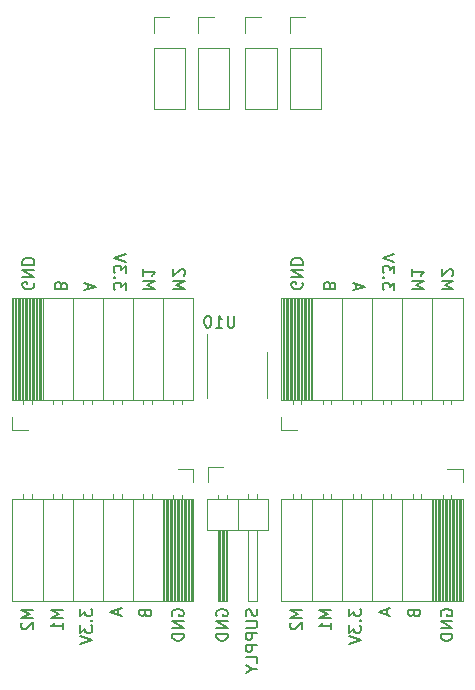
<source format=gbr>
%TF.GenerationSoftware,KiCad,Pcbnew,(5.1.6)-1*%
%TF.CreationDate,2021-11-17T22:19:31+01:00*%
%TF.ProjectId,sneak100_main_board,736e6561-6b31-4303-905f-6d61696e5f62,rev?*%
%TF.SameCoordinates,Original*%
%TF.FileFunction,Legend,Bot*%
%TF.FilePolarity,Positive*%
%FSLAX46Y46*%
G04 Gerber Fmt 4.6, Leading zero omitted, Abs format (unit mm)*
G04 Created by KiCad (PCBNEW (5.1.6)-1) date 2021-11-17 22:19:31*
%MOMM*%
%LPD*%
G01*
G04 APERTURE LIST*
%ADD10C,0.150000*%
%ADD11C,0.120000*%
G04 APERTURE END LIST*
D10*
X149404761Y-92037976D02*
X149452380Y-92180833D01*
X149452380Y-92418928D01*
X149404761Y-92514166D01*
X149357142Y-92561785D01*
X149261904Y-92609404D01*
X149166666Y-92609404D01*
X149071428Y-92561785D01*
X149023809Y-92514166D01*
X148976190Y-92418928D01*
X148928571Y-92228452D01*
X148880952Y-92133214D01*
X148833333Y-92085595D01*
X148738095Y-92037976D01*
X148642857Y-92037976D01*
X148547619Y-92085595D01*
X148500000Y-92133214D01*
X148452380Y-92228452D01*
X148452380Y-92466547D01*
X148500000Y-92609404D01*
X148452380Y-93037976D02*
X149261904Y-93037976D01*
X149357142Y-93085595D01*
X149404761Y-93133214D01*
X149452380Y-93228452D01*
X149452380Y-93418928D01*
X149404761Y-93514166D01*
X149357142Y-93561785D01*
X149261904Y-93609404D01*
X148452380Y-93609404D01*
X149452380Y-94085595D02*
X148452380Y-94085595D01*
X148452380Y-94466547D01*
X148500000Y-94561785D01*
X148547619Y-94609404D01*
X148642857Y-94657023D01*
X148785714Y-94657023D01*
X148880952Y-94609404D01*
X148928571Y-94561785D01*
X148976190Y-94466547D01*
X148976190Y-94085595D01*
X149452380Y-95085595D02*
X148452380Y-95085595D01*
X148452380Y-95466547D01*
X148500000Y-95561785D01*
X148547619Y-95609404D01*
X148642857Y-95657023D01*
X148785714Y-95657023D01*
X148880952Y-95609404D01*
X148928571Y-95561785D01*
X148976190Y-95466547D01*
X148976190Y-95085595D01*
X149452380Y-96561785D02*
X149452380Y-96085595D01*
X148452380Y-96085595D01*
X148976190Y-97085595D02*
X149452380Y-97085595D01*
X148452380Y-96752261D02*
X148976190Y-97085595D01*
X148452380Y-97418928D01*
X146000000Y-92609404D02*
X145952380Y-92514166D01*
X145952380Y-92371309D01*
X146000000Y-92228452D01*
X146095238Y-92133214D01*
X146190476Y-92085595D01*
X146380952Y-92037976D01*
X146523809Y-92037976D01*
X146714285Y-92085595D01*
X146809523Y-92133214D01*
X146904761Y-92228452D01*
X146952380Y-92371309D01*
X146952380Y-92466547D01*
X146904761Y-92609404D01*
X146857142Y-92657023D01*
X146523809Y-92657023D01*
X146523809Y-92466547D01*
X146952380Y-93085595D02*
X145952380Y-93085595D01*
X146952380Y-93657023D01*
X145952380Y-93657023D01*
X146952380Y-94133214D02*
X145952380Y-94133214D01*
X145952380Y-94371309D01*
X146000000Y-94514166D01*
X146095238Y-94609404D01*
X146190476Y-94657023D01*
X146380952Y-94704642D01*
X146523809Y-94704642D01*
X146714285Y-94657023D01*
X146809523Y-94609404D01*
X146904761Y-94514166D01*
X146952380Y-94371309D01*
X146952380Y-94133214D01*
X130452380Y-92085595D02*
X129452380Y-92085595D01*
X130166666Y-92418928D01*
X129452380Y-92752261D01*
X130452380Y-92752261D01*
X129547619Y-93180833D02*
X129500000Y-93228452D01*
X129452380Y-93323690D01*
X129452380Y-93561785D01*
X129500000Y-93657023D01*
X129547619Y-93704642D01*
X129642857Y-93752261D01*
X129738095Y-93752261D01*
X129880952Y-93704642D01*
X130452380Y-93133214D01*
X130452380Y-93752261D01*
X139928571Y-92418928D02*
X139976190Y-92561785D01*
X140023809Y-92609404D01*
X140119047Y-92657023D01*
X140261904Y-92657023D01*
X140357142Y-92609404D01*
X140404761Y-92561785D01*
X140452380Y-92466547D01*
X140452380Y-92085595D01*
X139452380Y-92085595D01*
X139452380Y-92418928D01*
X139500000Y-92514166D01*
X139547619Y-92561785D01*
X139642857Y-92609404D01*
X139738095Y-92609404D01*
X139833333Y-92561785D01*
X139880952Y-92514166D01*
X139928571Y-92418928D01*
X139928571Y-92085595D01*
X134452380Y-91990357D02*
X134452380Y-92609404D01*
X134833333Y-92276071D01*
X134833333Y-92418928D01*
X134880952Y-92514166D01*
X134928571Y-92561785D01*
X135023809Y-92609404D01*
X135261904Y-92609404D01*
X135357142Y-92561785D01*
X135404761Y-92514166D01*
X135452380Y-92418928D01*
X135452380Y-92133214D01*
X135404761Y-92037976D01*
X135357142Y-91990357D01*
X135357142Y-93037976D02*
X135404761Y-93085595D01*
X135452380Y-93037976D01*
X135404761Y-92990357D01*
X135357142Y-93037976D01*
X135452380Y-93037976D01*
X134452380Y-93418928D02*
X134452380Y-94037976D01*
X134833333Y-93704642D01*
X134833333Y-93847500D01*
X134880952Y-93942738D01*
X134928571Y-93990357D01*
X135023809Y-94037976D01*
X135261904Y-94037976D01*
X135357142Y-93990357D01*
X135404761Y-93942738D01*
X135452380Y-93847500D01*
X135452380Y-93561785D01*
X135404761Y-93466547D01*
X135357142Y-93418928D01*
X134452380Y-94323690D02*
X135452380Y-94657023D01*
X134452380Y-94990357D01*
X132952380Y-92085595D02*
X131952380Y-92085595D01*
X132666666Y-92418928D01*
X131952380Y-92752261D01*
X132952380Y-92752261D01*
X132952380Y-93752261D02*
X132952380Y-93180833D01*
X132952380Y-93466547D02*
X131952380Y-93466547D01*
X132095238Y-93371309D01*
X132190476Y-93276071D01*
X132238095Y-93180833D01*
X142250000Y-92609404D02*
X142202380Y-92514166D01*
X142202380Y-92371309D01*
X142250000Y-92228452D01*
X142345238Y-92133214D01*
X142440476Y-92085595D01*
X142630952Y-92037976D01*
X142773809Y-92037976D01*
X142964285Y-92085595D01*
X143059523Y-92133214D01*
X143154761Y-92228452D01*
X143202380Y-92371309D01*
X143202380Y-92466547D01*
X143154761Y-92609404D01*
X143107142Y-92657023D01*
X142773809Y-92657023D01*
X142773809Y-92466547D01*
X143202380Y-93085595D02*
X142202380Y-93085595D01*
X143202380Y-93657023D01*
X142202380Y-93657023D01*
X143202380Y-94133214D02*
X142202380Y-94133214D01*
X142202380Y-94371309D01*
X142250000Y-94514166D01*
X142345238Y-94609404D01*
X142440476Y-94657023D01*
X142630952Y-94704642D01*
X142773809Y-94704642D01*
X142964285Y-94657023D01*
X143059523Y-94609404D01*
X143154761Y-94514166D01*
X143202380Y-94371309D01*
X143202380Y-94133214D01*
X137666666Y-92037976D02*
X137666666Y-92514166D01*
X137952380Y-91942738D02*
X136952380Y-92276071D01*
X137952380Y-92609404D01*
X153202380Y-92085595D02*
X152202380Y-92085595D01*
X152916666Y-92418928D01*
X152202380Y-92752261D01*
X153202380Y-92752261D01*
X152297619Y-93180833D02*
X152250000Y-93228452D01*
X152202380Y-93323690D01*
X152202380Y-93561785D01*
X152250000Y-93657023D01*
X152297619Y-93704642D01*
X152392857Y-93752261D01*
X152488095Y-93752261D01*
X152630952Y-93704642D01*
X153202380Y-93133214D01*
X153202380Y-93752261D01*
X162678571Y-92418928D02*
X162726190Y-92561785D01*
X162773809Y-92609404D01*
X162869047Y-92657023D01*
X163011904Y-92657023D01*
X163107142Y-92609404D01*
X163154761Y-92561785D01*
X163202380Y-92466547D01*
X163202380Y-92085595D01*
X162202380Y-92085595D01*
X162202380Y-92418928D01*
X162250000Y-92514166D01*
X162297619Y-92561785D01*
X162392857Y-92609404D01*
X162488095Y-92609404D01*
X162583333Y-92561785D01*
X162630952Y-92514166D01*
X162678571Y-92418928D01*
X162678571Y-92085595D01*
X157202380Y-91990357D02*
X157202380Y-92609404D01*
X157583333Y-92276071D01*
X157583333Y-92418928D01*
X157630952Y-92514166D01*
X157678571Y-92561785D01*
X157773809Y-92609404D01*
X158011904Y-92609404D01*
X158107142Y-92561785D01*
X158154761Y-92514166D01*
X158202380Y-92418928D01*
X158202380Y-92133214D01*
X158154761Y-92037976D01*
X158107142Y-91990357D01*
X158107142Y-93037976D02*
X158154761Y-93085595D01*
X158202380Y-93037976D01*
X158154761Y-92990357D01*
X158107142Y-93037976D01*
X158202380Y-93037976D01*
X157202380Y-93418928D02*
X157202380Y-94037976D01*
X157583333Y-93704642D01*
X157583333Y-93847500D01*
X157630952Y-93942738D01*
X157678571Y-93990357D01*
X157773809Y-94037976D01*
X158011904Y-94037976D01*
X158107142Y-93990357D01*
X158154761Y-93942738D01*
X158202380Y-93847500D01*
X158202380Y-93561785D01*
X158154761Y-93466547D01*
X158107142Y-93418928D01*
X157202380Y-94323690D02*
X158202380Y-94657023D01*
X157202380Y-94990357D01*
X155702380Y-92085595D02*
X154702380Y-92085595D01*
X155416666Y-92418928D01*
X154702380Y-92752261D01*
X155702380Y-92752261D01*
X155702380Y-93752261D02*
X155702380Y-93180833D01*
X155702380Y-93466547D02*
X154702380Y-93466547D01*
X154845238Y-93371309D01*
X154940476Y-93276071D01*
X154988095Y-93180833D01*
X165000000Y-92609404D02*
X164952380Y-92514166D01*
X164952380Y-92371309D01*
X165000000Y-92228452D01*
X165095238Y-92133214D01*
X165190476Y-92085595D01*
X165380952Y-92037976D01*
X165523809Y-92037976D01*
X165714285Y-92085595D01*
X165809523Y-92133214D01*
X165904761Y-92228452D01*
X165952380Y-92371309D01*
X165952380Y-92466547D01*
X165904761Y-92609404D01*
X165857142Y-92657023D01*
X165523809Y-92657023D01*
X165523809Y-92466547D01*
X165952380Y-93085595D02*
X164952380Y-93085595D01*
X165952380Y-93657023D01*
X164952380Y-93657023D01*
X165952380Y-94133214D02*
X164952380Y-94133214D01*
X164952380Y-94371309D01*
X165000000Y-94514166D01*
X165095238Y-94609404D01*
X165190476Y-94657023D01*
X165380952Y-94704642D01*
X165523809Y-94704642D01*
X165714285Y-94657023D01*
X165809523Y-94609404D01*
X165904761Y-94514166D01*
X165952380Y-94371309D01*
X165952380Y-94133214D01*
X160416666Y-92037976D02*
X160416666Y-92514166D01*
X160702380Y-91942738D02*
X159702380Y-92276071D01*
X160702380Y-92609404D01*
X142297619Y-64914404D02*
X143297619Y-64914404D01*
X142583333Y-64581071D01*
X143297619Y-64247738D01*
X142297619Y-64247738D01*
X143202380Y-63819166D02*
X143250000Y-63771547D01*
X143297619Y-63676309D01*
X143297619Y-63438214D01*
X143250000Y-63342976D01*
X143202380Y-63295357D01*
X143107142Y-63247738D01*
X143011904Y-63247738D01*
X142869047Y-63295357D01*
X142297619Y-63866785D01*
X142297619Y-63247738D01*
X132821428Y-64581071D02*
X132773809Y-64438214D01*
X132726190Y-64390595D01*
X132630952Y-64342976D01*
X132488095Y-64342976D01*
X132392857Y-64390595D01*
X132345238Y-64438214D01*
X132297619Y-64533452D01*
X132297619Y-64914404D01*
X133297619Y-64914404D01*
X133297619Y-64581071D01*
X133250000Y-64485833D01*
X133202380Y-64438214D01*
X133107142Y-64390595D01*
X133011904Y-64390595D01*
X132916666Y-64438214D01*
X132869047Y-64485833D01*
X132821428Y-64581071D01*
X132821428Y-64914404D01*
X138297619Y-65009642D02*
X138297619Y-64390595D01*
X137916666Y-64723928D01*
X137916666Y-64581071D01*
X137869047Y-64485833D01*
X137821428Y-64438214D01*
X137726190Y-64390595D01*
X137488095Y-64390595D01*
X137392857Y-64438214D01*
X137345238Y-64485833D01*
X137297619Y-64581071D01*
X137297619Y-64866785D01*
X137345238Y-64962023D01*
X137392857Y-65009642D01*
X137392857Y-63962023D02*
X137345238Y-63914404D01*
X137297619Y-63962023D01*
X137345238Y-64009642D01*
X137392857Y-63962023D01*
X137297619Y-63962023D01*
X138297619Y-63581071D02*
X138297619Y-62962023D01*
X137916666Y-63295357D01*
X137916666Y-63152500D01*
X137869047Y-63057261D01*
X137821428Y-63009642D01*
X137726190Y-62962023D01*
X137488095Y-62962023D01*
X137392857Y-63009642D01*
X137345238Y-63057261D01*
X137297619Y-63152500D01*
X137297619Y-63438214D01*
X137345238Y-63533452D01*
X137392857Y-63581071D01*
X138297619Y-62676309D02*
X137297619Y-62342976D01*
X138297619Y-62009642D01*
X139797619Y-64914404D02*
X140797619Y-64914404D01*
X140083333Y-64581071D01*
X140797619Y-64247738D01*
X139797619Y-64247738D01*
X139797619Y-63247738D02*
X139797619Y-63819166D01*
X139797619Y-63533452D02*
X140797619Y-63533452D01*
X140654761Y-63628690D01*
X140559523Y-63723928D01*
X140511904Y-63819166D01*
X130500000Y-64390595D02*
X130547619Y-64485833D01*
X130547619Y-64628690D01*
X130500000Y-64771547D01*
X130404761Y-64866785D01*
X130309523Y-64914404D01*
X130119047Y-64962023D01*
X129976190Y-64962023D01*
X129785714Y-64914404D01*
X129690476Y-64866785D01*
X129595238Y-64771547D01*
X129547619Y-64628690D01*
X129547619Y-64533452D01*
X129595238Y-64390595D01*
X129642857Y-64342976D01*
X129976190Y-64342976D01*
X129976190Y-64533452D01*
X129547619Y-63914404D02*
X130547619Y-63914404D01*
X129547619Y-63342976D01*
X130547619Y-63342976D01*
X129547619Y-62866785D02*
X130547619Y-62866785D01*
X130547619Y-62628690D01*
X130500000Y-62485833D01*
X130404761Y-62390595D01*
X130309523Y-62342976D01*
X130119047Y-62295357D01*
X129976190Y-62295357D01*
X129785714Y-62342976D01*
X129690476Y-62390595D01*
X129595238Y-62485833D01*
X129547619Y-62628690D01*
X129547619Y-62866785D01*
X135083333Y-64962023D02*
X135083333Y-64485833D01*
X134797619Y-65057261D02*
X135797619Y-64723928D01*
X134797619Y-64390595D01*
X153250000Y-64390595D02*
X153297619Y-64485833D01*
X153297619Y-64628690D01*
X153250000Y-64771547D01*
X153154761Y-64866785D01*
X153059523Y-64914404D01*
X152869047Y-64962023D01*
X152726190Y-64962023D01*
X152535714Y-64914404D01*
X152440476Y-64866785D01*
X152345238Y-64771547D01*
X152297619Y-64628690D01*
X152297619Y-64533452D01*
X152345238Y-64390595D01*
X152392857Y-64342976D01*
X152726190Y-64342976D01*
X152726190Y-64533452D01*
X152297619Y-63914404D02*
X153297619Y-63914404D01*
X152297619Y-63342976D01*
X153297619Y-63342976D01*
X152297619Y-62866785D02*
X153297619Y-62866785D01*
X153297619Y-62628690D01*
X153250000Y-62485833D01*
X153154761Y-62390595D01*
X153059523Y-62342976D01*
X152869047Y-62295357D01*
X152726190Y-62295357D01*
X152535714Y-62342976D01*
X152440476Y-62390595D01*
X152345238Y-62485833D01*
X152297619Y-62628690D01*
X152297619Y-62866785D01*
X155571428Y-64581071D02*
X155523809Y-64438214D01*
X155476190Y-64390595D01*
X155380952Y-64342976D01*
X155238095Y-64342976D01*
X155142857Y-64390595D01*
X155095238Y-64438214D01*
X155047619Y-64533452D01*
X155047619Y-64914404D01*
X156047619Y-64914404D01*
X156047619Y-64581071D01*
X156000000Y-64485833D01*
X155952380Y-64438214D01*
X155857142Y-64390595D01*
X155761904Y-64390595D01*
X155666666Y-64438214D01*
X155619047Y-64485833D01*
X155571428Y-64581071D01*
X155571428Y-64914404D01*
X157833333Y-64962023D02*
X157833333Y-64485833D01*
X157547619Y-65057261D02*
X158547619Y-64723928D01*
X157547619Y-64390595D01*
X161047619Y-65009642D02*
X161047619Y-64390595D01*
X160666666Y-64723928D01*
X160666666Y-64581071D01*
X160619047Y-64485833D01*
X160571428Y-64438214D01*
X160476190Y-64390595D01*
X160238095Y-64390595D01*
X160142857Y-64438214D01*
X160095238Y-64485833D01*
X160047619Y-64581071D01*
X160047619Y-64866785D01*
X160095238Y-64962023D01*
X160142857Y-65009642D01*
X160142857Y-63962023D02*
X160095238Y-63914404D01*
X160047619Y-63962023D01*
X160095238Y-64009642D01*
X160142857Y-63962023D01*
X160047619Y-63962023D01*
X161047619Y-63581071D02*
X161047619Y-62962023D01*
X160666666Y-63295357D01*
X160666666Y-63152500D01*
X160619047Y-63057261D01*
X160571428Y-63009642D01*
X160476190Y-62962023D01*
X160238095Y-62962023D01*
X160142857Y-63009642D01*
X160095238Y-63057261D01*
X160047619Y-63152500D01*
X160047619Y-63438214D01*
X160095238Y-63533452D01*
X160142857Y-63581071D01*
X161047619Y-62676309D02*
X160047619Y-62342976D01*
X161047619Y-62009642D01*
X162547619Y-64914404D02*
X163547619Y-64914404D01*
X162833333Y-64581071D01*
X163547619Y-64247738D01*
X162547619Y-64247738D01*
X162547619Y-63247738D02*
X162547619Y-63819166D01*
X162547619Y-63533452D02*
X163547619Y-63533452D01*
X163404761Y-63628690D01*
X163309523Y-63723928D01*
X163261904Y-63819166D01*
X165047619Y-64914404D02*
X166047619Y-64914404D01*
X165333333Y-64581071D01*
X166047619Y-64247738D01*
X165047619Y-64247738D01*
X165952380Y-63819166D02*
X166000000Y-63771547D01*
X166047619Y-63676309D01*
X166047619Y-63438214D01*
X166000000Y-63342976D01*
X165952380Y-63295357D01*
X165857142Y-63247738D01*
X165761904Y-63247738D01*
X165619047Y-63295357D01*
X165047619Y-63866785D01*
X165047619Y-63247738D01*
D11*
%TO.C,U10*%
X150260000Y-72200000D02*
X150260000Y-74150000D01*
X150260000Y-72200000D02*
X150260000Y-70250000D01*
X145140000Y-72200000D02*
X145140000Y-74150000D01*
X145140000Y-72200000D02*
X145140000Y-68750000D01*
%TO.C,J9*%
X153500000Y-41920000D02*
X152170000Y-41920000D01*
X152170000Y-41920000D02*
X152170000Y-43250000D01*
X152170000Y-44520000D02*
X152170000Y-49660000D01*
X154830000Y-49660000D02*
X152170000Y-49660000D01*
X154830000Y-44520000D02*
X154830000Y-49660000D01*
X154830000Y-44520000D02*
X152170000Y-44520000D01*
%TO.C,J8*%
X149750000Y-41920000D02*
X148420000Y-41920000D01*
X148420000Y-41920000D02*
X148420000Y-43250000D01*
X148420000Y-44520000D02*
X148420000Y-49660000D01*
X151080000Y-49660000D02*
X148420000Y-49660000D01*
X151080000Y-44520000D02*
X151080000Y-49660000D01*
X151080000Y-44520000D02*
X148420000Y-44520000D01*
%TO.C,J7*%
X145750000Y-41920000D02*
X144420000Y-41920000D01*
X144420000Y-41920000D02*
X144420000Y-43250000D01*
X144420000Y-44520000D02*
X144420000Y-49660000D01*
X147080000Y-49660000D02*
X144420000Y-49660000D01*
X147080000Y-44520000D02*
X147080000Y-49660000D01*
X147080000Y-44520000D02*
X144420000Y-44520000D01*
%TO.C,J6*%
X142000000Y-41920000D02*
X140670000Y-41920000D01*
X140670000Y-41920000D02*
X140670000Y-43250000D01*
X140670000Y-44520000D02*
X140670000Y-49660000D01*
X143330000Y-49660000D02*
X140670000Y-49660000D01*
X143330000Y-44520000D02*
X143330000Y-49660000D01*
X143330000Y-44520000D02*
X140670000Y-44520000D01*
%TO.C,J5*%
X145170000Y-82690000D02*
X150370000Y-82690000D01*
X150370000Y-82690000D02*
X150370000Y-85350000D01*
X150370000Y-85350000D02*
X145170000Y-85350000D01*
X145170000Y-85350000D02*
X145170000Y-82690000D01*
X146120000Y-85350000D02*
X146120000Y-91350000D01*
X146120000Y-91350000D02*
X146880000Y-91350000D01*
X146880000Y-91350000D02*
X146880000Y-85350000D01*
X146180000Y-85350000D02*
X146180000Y-91350000D01*
X146300000Y-85350000D02*
X146300000Y-91350000D01*
X146420000Y-85350000D02*
X146420000Y-91350000D01*
X146540000Y-85350000D02*
X146540000Y-91350000D01*
X146660000Y-85350000D02*
X146660000Y-91350000D01*
X146780000Y-85350000D02*
X146780000Y-91350000D01*
X146120000Y-82360000D02*
X146120000Y-82690000D01*
X146880000Y-82360000D02*
X146880000Y-82690000D01*
X147770000Y-82690000D02*
X147770000Y-85350000D01*
X148660000Y-85350000D02*
X148660000Y-91350000D01*
X148660000Y-91350000D02*
X149420000Y-91350000D01*
X149420000Y-91350000D02*
X149420000Y-85350000D01*
X148660000Y-82292929D02*
X148660000Y-82690000D01*
X149420000Y-82292929D02*
X149420000Y-82690000D01*
X146500000Y-79980000D02*
X145230000Y-79980000D01*
X145230000Y-79980000D02*
X145230000Y-81250000D01*
%TO.C,J4*%
X166710000Y-91340000D02*
X166710000Y-82710000D01*
X166591905Y-91340000D02*
X166591905Y-82710000D01*
X166473810Y-91340000D02*
X166473810Y-82710000D01*
X166355715Y-91340000D02*
X166355715Y-82710000D01*
X166237620Y-91340000D02*
X166237620Y-82710000D01*
X166119525Y-91340000D02*
X166119525Y-82710000D01*
X166001430Y-91340000D02*
X166001430Y-82710000D01*
X165883335Y-91340000D02*
X165883335Y-82710000D01*
X165765240Y-91340000D02*
X165765240Y-82710000D01*
X165647145Y-91340000D02*
X165647145Y-82710000D01*
X165529050Y-91340000D02*
X165529050Y-82710000D01*
X165410955Y-91340000D02*
X165410955Y-82710000D01*
X165292860Y-91340000D02*
X165292860Y-82710000D01*
X165174765Y-91340000D02*
X165174765Y-82710000D01*
X165056670Y-91340000D02*
X165056670Y-82710000D01*
X164938575Y-91340000D02*
X164938575Y-82710000D01*
X164820480Y-91340000D02*
X164820480Y-82710000D01*
X164702385Y-91340000D02*
X164702385Y-82710000D01*
X164584290Y-91340000D02*
X164584290Y-82710000D01*
X164466195Y-91340000D02*
X164466195Y-82710000D01*
X164348100Y-91340000D02*
X164348100Y-82710000D01*
X165860000Y-82710000D02*
X165860000Y-82360000D01*
X165140000Y-82710000D02*
X165140000Y-82360000D01*
X163320000Y-82710000D02*
X163320000Y-82300000D01*
X162600000Y-82710000D02*
X162600000Y-82300000D01*
X160780000Y-82710000D02*
X160780000Y-82300000D01*
X160060000Y-82710000D02*
X160060000Y-82300000D01*
X158240000Y-82710000D02*
X158240000Y-82300000D01*
X157520000Y-82710000D02*
X157520000Y-82300000D01*
X155700000Y-82710000D02*
X155700000Y-82300000D01*
X154980000Y-82710000D02*
X154980000Y-82300000D01*
X153160000Y-82710000D02*
X153160000Y-82300000D01*
X152440000Y-82710000D02*
X152440000Y-82300000D01*
X164230000Y-91340000D02*
X164230000Y-82710000D01*
X161690000Y-91340000D02*
X161690000Y-82710000D01*
X159150000Y-91340000D02*
X159150000Y-82710000D01*
X156610000Y-91340000D02*
X156610000Y-82710000D01*
X154070000Y-91340000D02*
X154070000Y-82710000D01*
X166830000Y-91340000D02*
X166830000Y-82710000D01*
X166830000Y-82710000D02*
X151470000Y-82710000D01*
X151470000Y-91340000D02*
X151470000Y-82710000D01*
X166830000Y-91340000D02*
X151470000Y-91340000D01*
X166830000Y-80140000D02*
X165500000Y-80140000D01*
X166830000Y-81250000D02*
X166830000Y-80140000D01*
%TO.C,J3*%
X143910000Y-91340000D02*
X143910000Y-82710000D01*
X143791905Y-91340000D02*
X143791905Y-82710000D01*
X143673810Y-91340000D02*
X143673810Y-82710000D01*
X143555715Y-91340000D02*
X143555715Y-82710000D01*
X143437620Y-91340000D02*
X143437620Y-82710000D01*
X143319525Y-91340000D02*
X143319525Y-82710000D01*
X143201430Y-91340000D02*
X143201430Y-82710000D01*
X143083335Y-91340000D02*
X143083335Y-82710000D01*
X142965240Y-91340000D02*
X142965240Y-82710000D01*
X142847145Y-91340000D02*
X142847145Y-82710000D01*
X142729050Y-91340000D02*
X142729050Y-82710000D01*
X142610955Y-91340000D02*
X142610955Y-82710000D01*
X142492860Y-91340000D02*
X142492860Y-82710000D01*
X142374765Y-91340000D02*
X142374765Y-82710000D01*
X142256670Y-91340000D02*
X142256670Y-82710000D01*
X142138575Y-91340000D02*
X142138575Y-82710000D01*
X142020480Y-91340000D02*
X142020480Y-82710000D01*
X141902385Y-91340000D02*
X141902385Y-82710000D01*
X141784290Y-91340000D02*
X141784290Y-82710000D01*
X141666195Y-91340000D02*
X141666195Y-82710000D01*
X141548100Y-91340000D02*
X141548100Y-82710000D01*
X143060000Y-82710000D02*
X143060000Y-82360000D01*
X142340000Y-82710000D02*
X142340000Y-82360000D01*
X140520000Y-82710000D02*
X140520000Y-82300000D01*
X139800000Y-82710000D02*
X139800000Y-82300000D01*
X137980000Y-82710000D02*
X137980000Y-82300000D01*
X137260000Y-82710000D02*
X137260000Y-82300000D01*
X135440000Y-82710000D02*
X135440000Y-82300000D01*
X134720000Y-82710000D02*
X134720000Y-82300000D01*
X132900000Y-82710000D02*
X132900000Y-82300000D01*
X132180000Y-82710000D02*
X132180000Y-82300000D01*
X130360000Y-82710000D02*
X130360000Y-82300000D01*
X129640000Y-82710000D02*
X129640000Y-82300000D01*
X141430000Y-91340000D02*
X141430000Y-82710000D01*
X138890000Y-91340000D02*
X138890000Y-82710000D01*
X136350000Y-91340000D02*
X136350000Y-82710000D01*
X133810000Y-91340000D02*
X133810000Y-82710000D01*
X131270000Y-91340000D02*
X131270000Y-82710000D01*
X144030000Y-91340000D02*
X144030000Y-82710000D01*
X144030000Y-82710000D02*
X128670000Y-82710000D01*
X128670000Y-91340000D02*
X128670000Y-82710000D01*
X144030000Y-91340000D02*
X128670000Y-91340000D01*
X144030000Y-80140000D02*
X142700000Y-80140000D01*
X144030000Y-81250000D02*
X144030000Y-80140000D01*
%TO.C,J2*%
X151590000Y-65660000D02*
X151590000Y-74290000D01*
X151708095Y-65660000D02*
X151708095Y-74290000D01*
X151826190Y-65660000D02*
X151826190Y-74290000D01*
X151944285Y-65660000D02*
X151944285Y-74290000D01*
X152062380Y-65660000D02*
X152062380Y-74290000D01*
X152180475Y-65660000D02*
X152180475Y-74290000D01*
X152298570Y-65660000D02*
X152298570Y-74290000D01*
X152416665Y-65660000D02*
X152416665Y-74290000D01*
X152534760Y-65660000D02*
X152534760Y-74290000D01*
X152652855Y-65660000D02*
X152652855Y-74290000D01*
X152770950Y-65660000D02*
X152770950Y-74290000D01*
X152889045Y-65660000D02*
X152889045Y-74290000D01*
X153007140Y-65660000D02*
X153007140Y-74290000D01*
X153125235Y-65660000D02*
X153125235Y-74290000D01*
X153243330Y-65660000D02*
X153243330Y-74290000D01*
X153361425Y-65660000D02*
X153361425Y-74290000D01*
X153479520Y-65660000D02*
X153479520Y-74290000D01*
X153597615Y-65660000D02*
X153597615Y-74290000D01*
X153715710Y-65660000D02*
X153715710Y-74290000D01*
X153833805Y-65660000D02*
X153833805Y-74290000D01*
X153951900Y-65660000D02*
X153951900Y-74290000D01*
X152440000Y-74290000D02*
X152440000Y-74640000D01*
X153160000Y-74290000D02*
X153160000Y-74640000D01*
X154980000Y-74290000D02*
X154980000Y-74700000D01*
X155700000Y-74290000D02*
X155700000Y-74700000D01*
X157520000Y-74290000D02*
X157520000Y-74700000D01*
X158240000Y-74290000D02*
X158240000Y-74700000D01*
X160060000Y-74290000D02*
X160060000Y-74700000D01*
X160780000Y-74290000D02*
X160780000Y-74700000D01*
X162600000Y-74290000D02*
X162600000Y-74700000D01*
X163320000Y-74290000D02*
X163320000Y-74700000D01*
X165140000Y-74290000D02*
X165140000Y-74700000D01*
X165860000Y-74290000D02*
X165860000Y-74700000D01*
X154070000Y-65660000D02*
X154070000Y-74290000D01*
X156610000Y-65660000D02*
X156610000Y-74290000D01*
X159150000Y-65660000D02*
X159150000Y-74290000D01*
X161690000Y-65660000D02*
X161690000Y-74290000D01*
X164230000Y-65660000D02*
X164230000Y-74290000D01*
X151470000Y-65660000D02*
X151470000Y-74290000D01*
X151470000Y-74290000D02*
X166830000Y-74290000D01*
X166830000Y-65660000D02*
X166830000Y-74290000D01*
X151470000Y-65660000D02*
X166830000Y-65660000D01*
X151470000Y-76860000D02*
X152800000Y-76860000D01*
X151470000Y-75750000D02*
X151470000Y-76860000D01*
%TO.C,J1*%
X128790000Y-65660000D02*
X128790000Y-74290000D01*
X128908095Y-65660000D02*
X128908095Y-74290000D01*
X129026190Y-65660000D02*
X129026190Y-74290000D01*
X129144285Y-65660000D02*
X129144285Y-74290000D01*
X129262380Y-65660000D02*
X129262380Y-74290000D01*
X129380475Y-65660000D02*
X129380475Y-74290000D01*
X129498570Y-65660000D02*
X129498570Y-74290000D01*
X129616665Y-65660000D02*
X129616665Y-74290000D01*
X129734760Y-65660000D02*
X129734760Y-74290000D01*
X129852855Y-65660000D02*
X129852855Y-74290000D01*
X129970950Y-65660000D02*
X129970950Y-74290000D01*
X130089045Y-65660000D02*
X130089045Y-74290000D01*
X130207140Y-65660000D02*
X130207140Y-74290000D01*
X130325235Y-65660000D02*
X130325235Y-74290000D01*
X130443330Y-65660000D02*
X130443330Y-74290000D01*
X130561425Y-65660000D02*
X130561425Y-74290000D01*
X130679520Y-65660000D02*
X130679520Y-74290000D01*
X130797615Y-65660000D02*
X130797615Y-74290000D01*
X130915710Y-65660000D02*
X130915710Y-74290000D01*
X131033805Y-65660000D02*
X131033805Y-74290000D01*
X131151900Y-65660000D02*
X131151900Y-74290000D01*
X129640000Y-74290000D02*
X129640000Y-74640000D01*
X130360000Y-74290000D02*
X130360000Y-74640000D01*
X132180000Y-74290000D02*
X132180000Y-74700000D01*
X132900000Y-74290000D02*
X132900000Y-74700000D01*
X134720000Y-74290000D02*
X134720000Y-74700000D01*
X135440000Y-74290000D02*
X135440000Y-74700000D01*
X137260000Y-74290000D02*
X137260000Y-74700000D01*
X137980000Y-74290000D02*
X137980000Y-74700000D01*
X139800000Y-74290000D02*
X139800000Y-74700000D01*
X140520000Y-74290000D02*
X140520000Y-74700000D01*
X142340000Y-74290000D02*
X142340000Y-74700000D01*
X143060000Y-74290000D02*
X143060000Y-74700000D01*
X131270000Y-65660000D02*
X131270000Y-74290000D01*
X133810000Y-65660000D02*
X133810000Y-74290000D01*
X136350000Y-65660000D02*
X136350000Y-74290000D01*
X138890000Y-65660000D02*
X138890000Y-74290000D01*
X141430000Y-65660000D02*
X141430000Y-74290000D01*
X128670000Y-65660000D02*
X128670000Y-74290000D01*
X128670000Y-74290000D02*
X144030000Y-74290000D01*
X144030000Y-65660000D02*
X144030000Y-74290000D01*
X128670000Y-65660000D02*
X144030000Y-65660000D01*
X128670000Y-76860000D02*
X130000000Y-76860000D01*
X128670000Y-75750000D02*
X128670000Y-76860000D01*
%TO.C,U10*%
D10*
X147488095Y-67202380D02*
X147488095Y-68011904D01*
X147440476Y-68107142D01*
X147392857Y-68154761D01*
X147297619Y-68202380D01*
X147107142Y-68202380D01*
X147011904Y-68154761D01*
X146964285Y-68107142D01*
X146916666Y-68011904D01*
X146916666Y-67202380D01*
X145916666Y-68202380D02*
X146488095Y-68202380D01*
X146202380Y-68202380D02*
X146202380Y-67202380D01*
X146297619Y-67345238D01*
X146392857Y-67440476D01*
X146488095Y-67488095D01*
X145297619Y-67202380D02*
X145202380Y-67202380D01*
X145107142Y-67250000D01*
X145059523Y-67297619D01*
X145011904Y-67392857D01*
X144964285Y-67583333D01*
X144964285Y-67821428D01*
X145011904Y-68011904D01*
X145059523Y-68107142D01*
X145107142Y-68154761D01*
X145202380Y-68202380D01*
X145297619Y-68202380D01*
X145392857Y-68154761D01*
X145440476Y-68107142D01*
X145488095Y-68011904D01*
X145535714Y-67821428D01*
X145535714Y-67583333D01*
X145488095Y-67392857D01*
X145440476Y-67297619D01*
X145392857Y-67250000D01*
X145297619Y-67202380D01*
%TD*%
M02*

</source>
